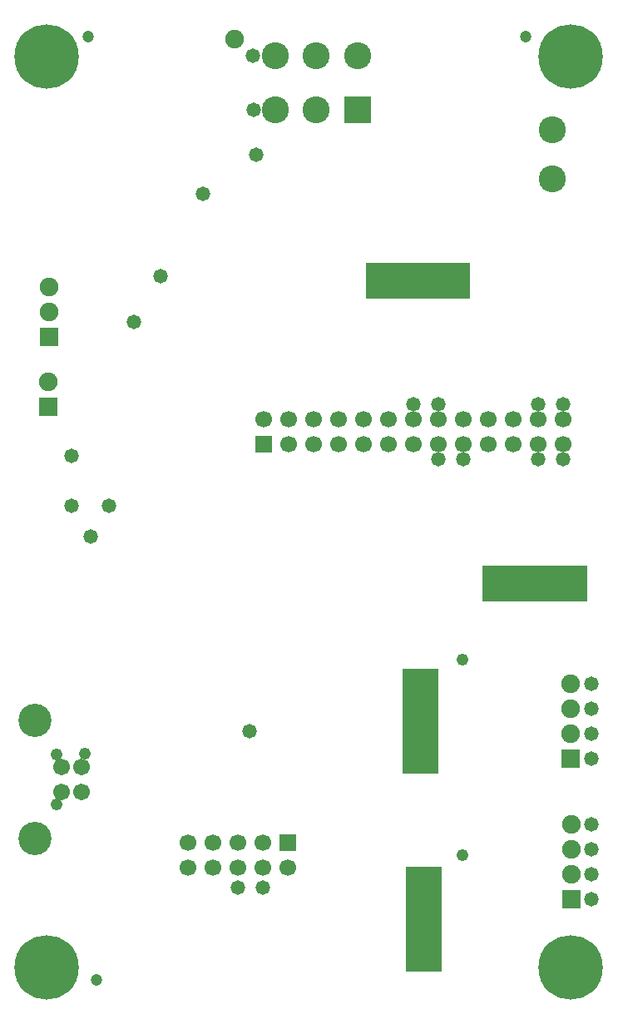
<source format=gbr>
G04 DipTrace 2.4.0.2*
%INBottomMask.gbr*%
%MOIN*%
%ADD53R,0.0669X0.0669*%
%ADD54C,0.0669*%
%ADD108C,0.058*%
%ADD110C,0.048*%
%ADD124C,0.258*%
%ADD126C,0.0749*%
%ADD127R,0.0749X0.0749*%
%ADD130C,0.133*%
%ADD132C,0.067*%
%ADD134C,0.108*%
%ADD136R,0.108X0.108*%
%ADD138C,0.0474*%
%FSLAX44Y44*%
G04*
G70*
G90*
G75*
G01*
%LNBotMask*%
%LPD*%
D138*
X7440Y4940D3*
X24640Y42740D3*
X7090D3*
D136*
X17877Y39815D3*
D134*
X16227D3*
X14577D3*
X17877Y41975D3*
X16227D3*
X14577D3*
X25690Y37040D3*
Y39010D3*
D132*
X6815Y13460D3*
Y12476D3*
X6028Y13460D3*
Y12476D3*
D130*
X4961Y15338D3*
Y10598D3*
D53*
X14130Y26420D3*
D54*
X15130D3*
X16130D3*
X17130D3*
X18130D3*
X19130D3*
X20130D3*
X21130D3*
X22130D3*
X23130D3*
X24130D3*
X25130D3*
X26130D3*
X14130Y27420D3*
X15130D3*
X16130D3*
X17130D3*
X18130D3*
X19130D3*
X20130D3*
X21130D3*
X22130D3*
X23130D3*
X24130D3*
X25130D3*
X26130D3*
D53*
X15110Y10450D3*
D54*
X14110D3*
X13110D3*
X12110D3*
X11110D3*
X15110Y9450D3*
X14110D3*
X13110D3*
X12110D3*
X11110D3*
D127*
X26422Y13790D3*
D126*
Y14790D3*
Y15790D3*
Y16790D3*
D127*
X26462Y8170D3*
D126*
Y9170D3*
Y10170D3*
Y11170D3*
D127*
X5540Y30692D3*
D126*
Y31692D3*
Y32692D3*
D127*
X5480Y27910D3*
D126*
Y28910D3*
X12950Y42640D3*
D124*
X5440Y41940D3*
Y5440D3*
X26440D3*
Y41940D3*
D108*
X8940Y31320D3*
X10000Y33130D3*
X14110Y8650D3*
X13100Y8640D3*
D110*
X6960Y14000D3*
X5820Y13980D3*
X5840Y11960D3*
D108*
X7190Y22690D3*
X6440Y23940D3*
Y25940D3*
X7940Y23940D3*
D110*
X22090Y9930D3*
X22080Y17760D3*
D108*
X27252Y8170D3*
Y9170D3*
Y10170D3*
Y11170D3*
Y13800D3*
Y14800D3*
Y15800D3*
Y16800D3*
X26130Y28000D3*
Y25810D3*
X25130Y28000D3*
Y25810D3*
X20130Y28000D3*
X21130Y25810D3*
Y28000D3*
X22130Y25810D3*
X13710Y41970D3*
X13720Y39810D3*
X13830Y37990D3*
X11700Y36430D3*
X13560Y14920D3*
G36*
X18212Y33657D2*
X22408D1*
Y32228D1*
X18212D1*
Y33657D1*
G37*
G36*
X22903Y21537D2*
X27099D1*
Y20107D1*
X22903D1*
Y21537D1*
G37*
G36*
X19830Y9460D2*
X21260D1*
Y5264D1*
X19830D1*
Y9460D1*
G37*
G36*
X19705Y17415D2*
X21135D1*
Y13219D1*
X19705D1*
Y17415D1*
G37*
M02*

</source>
